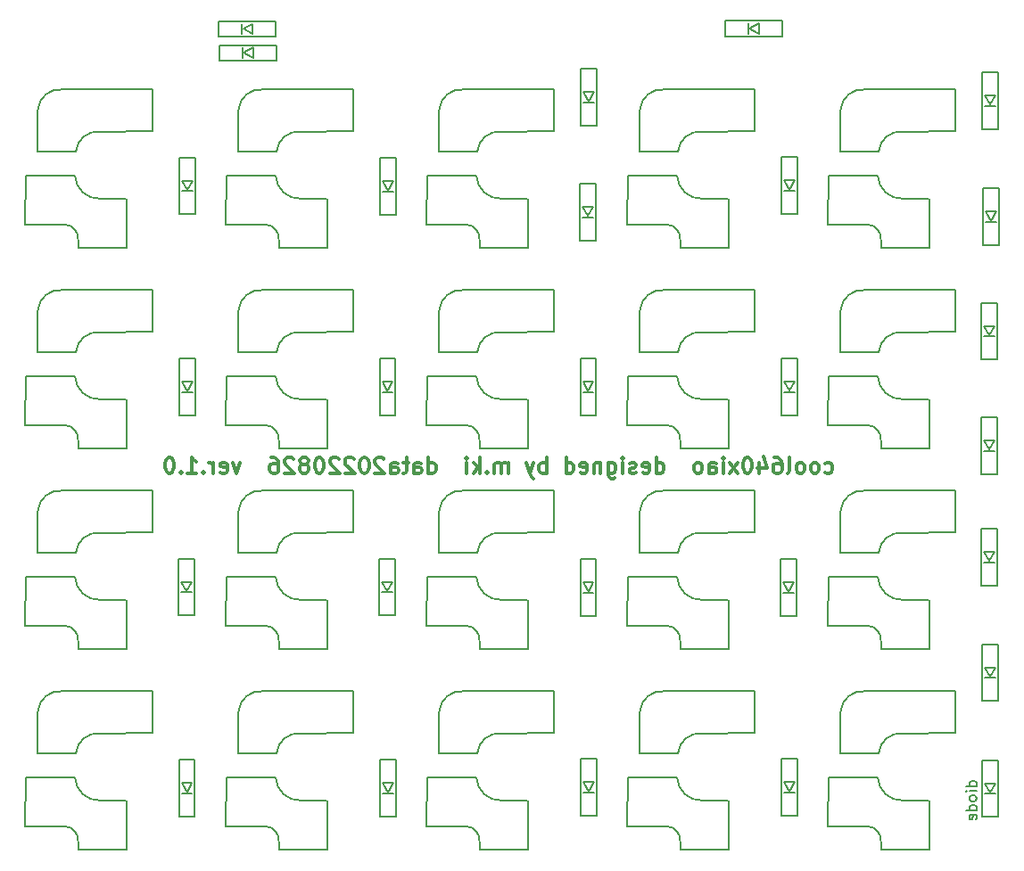
<source format=gbr>
G04 #@! TF.GenerationSoftware,KiCad,Pcbnew,(5.1.6-0-10_14)*
G04 #@! TF.CreationDate,2022-08-29T11:05:28+09:00*
G04 #@! TF.ProjectId,cool640xiao,636f6f6c-3634-4307-9869-616f2e6b6963,rev?*
G04 #@! TF.SameCoordinates,Original*
G04 #@! TF.FileFunction,Legend,Bot*
G04 #@! TF.FilePolarity,Positive*
%FSLAX46Y46*%
G04 Gerber Fmt 4.6, Leading zero omitted, Abs format (unit mm)*
G04 Created by KiCad (PCBNEW (5.1.6-0-10_14)) date 2022-08-29 11:05:28*
%MOMM*%
%LPD*%
G01*
G04 APERTURE LIST*
%ADD10C,0.300000*%
%ADD11C,0.150000*%
G04 APERTURE END LIST*
D10*
X68614285Y-29567142D02*
X68757142Y-29638571D01*
X69042857Y-29638571D01*
X69185714Y-29567142D01*
X69257142Y-29495714D01*
X69328571Y-29352857D01*
X69328571Y-28924285D01*
X69257142Y-28781428D01*
X69185714Y-28710000D01*
X69042857Y-28638571D01*
X68757142Y-28638571D01*
X68614285Y-28710000D01*
X67757142Y-29638571D02*
X67899999Y-29567142D01*
X67971428Y-29495714D01*
X68042857Y-29352857D01*
X68042857Y-28924285D01*
X67971428Y-28781428D01*
X67899999Y-28710000D01*
X67757142Y-28638571D01*
X67542857Y-28638571D01*
X67399999Y-28710000D01*
X67328571Y-28781428D01*
X67257142Y-28924285D01*
X67257142Y-29352857D01*
X67328571Y-29495714D01*
X67399999Y-29567142D01*
X67542857Y-29638571D01*
X67757142Y-29638571D01*
X66399999Y-29638571D02*
X66542857Y-29567142D01*
X66614285Y-29495714D01*
X66685714Y-29352857D01*
X66685714Y-28924285D01*
X66614285Y-28781428D01*
X66542857Y-28710000D01*
X66399999Y-28638571D01*
X66185714Y-28638571D01*
X66042857Y-28710000D01*
X65971428Y-28781428D01*
X65899999Y-28924285D01*
X65899999Y-29352857D01*
X65971428Y-29495714D01*
X66042857Y-29567142D01*
X66185714Y-29638571D01*
X66399999Y-29638571D01*
X65042857Y-29638571D02*
X65185714Y-29567142D01*
X65257142Y-29424285D01*
X65257142Y-28138571D01*
X63828571Y-28138571D02*
X64114285Y-28138571D01*
X64257142Y-28210000D01*
X64328571Y-28281428D01*
X64471428Y-28495714D01*
X64542857Y-28781428D01*
X64542857Y-29352857D01*
X64471428Y-29495714D01*
X64399999Y-29567142D01*
X64257142Y-29638571D01*
X63971428Y-29638571D01*
X63828571Y-29567142D01*
X63757142Y-29495714D01*
X63685714Y-29352857D01*
X63685714Y-28995714D01*
X63757142Y-28852857D01*
X63828571Y-28781428D01*
X63971428Y-28710000D01*
X64257142Y-28710000D01*
X64399999Y-28781428D01*
X64471428Y-28852857D01*
X64542857Y-28995714D01*
X62399999Y-28638571D02*
X62399999Y-29638571D01*
X62757142Y-28067142D02*
X63114285Y-29138571D01*
X62185714Y-29138571D01*
X61328571Y-28138571D02*
X61185714Y-28138571D01*
X61042857Y-28210000D01*
X60971428Y-28281428D01*
X60899999Y-28424285D01*
X60828571Y-28710000D01*
X60828571Y-29067142D01*
X60899999Y-29352857D01*
X60971428Y-29495714D01*
X61042857Y-29567142D01*
X61185714Y-29638571D01*
X61328571Y-29638571D01*
X61471428Y-29567142D01*
X61542857Y-29495714D01*
X61614285Y-29352857D01*
X61685714Y-29067142D01*
X61685714Y-28710000D01*
X61614285Y-28424285D01*
X61542857Y-28281428D01*
X61471428Y-28210000D01*
X61328571Y-28138571D01*
X60328571Y-29638571D02*
X59542857Y-28638571D01*
X60328571Y-28638571D02*
X59542857Y-29638571D01*
X58971428Y-29638571D02*
X58971428Y-28638571D01*
X58971428Y-28138571D02*
X59042857Y-28210000D01*
X58971428Y-28281428D01*
X58899999Y-28210000D01*
X58971428Y-28138571D01*
X58971428Y-28281428D01*
X57614285Y-29638571D02*
X57614285Y-28852857D01*
X57685714Y-28710000D01*
X57828571Y-28638571D01*
X58114285Y-28638571D01*
X58257142Y-28710000D01*
X57614285Y-29567142D02*
X57757142Y-29638571D01*
X58114285Y-29638571D01*
X58257142Y-29567142D01*
X58328571Y-29424285D01*
X58328571Y-29281428D01*
X58257142Y-29138571D01*
X58114285Y-29067142D01*
X57757142Y-29067142D01*
X57614285Y-28995714D01*
X56685714Y-29638571D02*
X56828571Y-29567142D01*
X56899999Y-29495714D01*
X56971428Y-29352857D01*
X56971428Y-28924285D01*
X56899999Y-28781428D01*
X56828571Y-28710000D01*
X56685714Y-28638571D01*
X56471428Y-28638571D01*
X56328571Y-28710000D01*
X56257142Y-28781428D01*
X56185714Y-28924285D01*
X56185714Y-29352857D01*
X56257142Y-29495714D01*
X56328571Y-29567142D01*
X56471428Y-29638571D01*
X56685714Y-29638571D01*
X52614285Y-29638571D02*
X52614285Y-28138571D01*
X52614285Y-29567142D02*
X52757142Y-29638571D01*
X53042857Y-29638571D01*
X53185714Y-29567142D01*
X53257142Y-29495714D01*
X53328571Y-29352857D01*
X53328571Y-28924285D01*
X53257142Y-28781428D01*
X53185714Y-28710000D01*
X53042857Y-28638571D01*
X52757142Y-28638571D01*
X52614285Y-28710000D01*
X51328571Y-29567142D02*
X51471428Y-29638571D01*
X51757142Y-29638571D01*
X51899999Y-29567142D01*
X51971428Y-29424285D01*
X51971428Y-28852857D01*
X51899999Y-28710000D01*
X51757142Y-28638571D01*
X51471428Y-28638571D01*
X51328571Y-28710000D01*
X51257142Y-28852857D01*
X51257142Y-28995714D01*
X51971428Y-29138571D01*
X50685714Y-29567142D02*
X50542857Y-29638571D01*
X50257142Y-29638571D01*
X50114285Y-29567142D01*
X50042857Y-29424285D01*
X50042857Y-29352857D01*
X50114285Y-29210000D01*
X50257142Y-29138571D01*
X50471428Y-29138571D01*
X50614285Y-29067142D01*
X50685714Y-28924285D01*
X50685714Y-28852857D01*
X50614285Y-28710000D01*
X50471428Y-28638571D01*
X50257142Y-28638571D01*
X50114285Y-28710000D01*
X49399999Y-29638571D02*
X49399999Y-28638571D01*
X49399999Y-28138571D02*
X49471428Y-28210000D01*
X49399999Y-28281428D01*
X49328571Y-28210000D01*
X49399999Y-28138571D01*
X49399999Y-28281428D01*
X48042857Y-28638571D02*
X48042857Y-29852857D01*
X48114285Y-29995714D01*
X48185714Y-30067142D01*
X48328571Y-30138571D01*
X48542857Y-30138571D01*
X48685714Y-30067142D01*
X48042857Y-29567142D02*
X48185714Y-29638571D01*
X48471428Y-29638571D01*
X48614285Y-29567142D01*
X48685714Y-29495714D01*
X48757142Y-29352857D01*
X48757142Y-28924285D01*
X48685714Y-28781428D01*
X48614285Y-28710000D01*
X48471428Y-28638571D01*
X48185714Y-28638571D01*
X48042857Y-28710000D01*
X47328571Y-28638571D02*
X47328571Y-29638571D01*
X47328571Y-28781428D02*
X47257142Y-28710000D01*
X47114285Y-28638571D01*
X46899999Y-28638571D01*
X46757142Y-28710000D01*
X46685714Y-28852857D01*
X46685714Y-29638571D01*
X45399999Y-29567142D02*
X45542857Y-29638571D01*
X45828571Y-29638571D01*
X45971428Y-29567142D01*
X46042857Y-29424285D01*
X46042857Y-28852857D01*
X45971428Y-28710000D01*
X45828571Y-28638571D01*
X45542857Y-28638571D01*
X45399999Y-28710000D01*
X45328571Y-28852857D01*
X45328571Y-28995714D01*
X46042857Y-29138571D01*
X44042857Y-29638571D02*
X44042857Y-28138571D01*
X44042857Y-29567142D02*
X44185714Y-29638571D01*
X44471428Y-29638571D01*
X44614285Y-29567142D01*
X44685714Y-29495714D01*
X44757142Y-29352857D01*
X44757142Y-28924285D01*
X44685714Y-28781428D01*
X44614285Y-28710000D01*
X44471428Y-28638571D01*
X44185714Y-28638571D01*
X44042857Y-28710000D01*
X42185714Y-29638571D02*
X42185714Y-28138571D01*
X42185714Y-28710000D02*
X42042857Y-28638571D01*
X41757142Y-28638571D01*
X41614285Y-28710000D01*
X41542857Y-28781428D01*
X41471428Y-28924285D01*
X41471428Y-29352857D01*
X41542857Y-29495714D01*
X41614285Y-29567142D01*
X41757142Y-29638571D01*
X42042857Y-29638571D01*
X42185714Y-29567142D01*
X40971428Y-28638571D02*
X40614285Y-29638571D01*
X40257142Y-28638571D02*
X40614285Y-29638571D01*
X40757142Y-29995714D01*
X40828571Y-30067142D01*
X40971428Y-30138571D01*
X38542857Y-29638571D02*
X38542857Y-28638571D01*
X38542857Y-28781428D02*
X38471428Y-28710000D01*
X38328571Y-28638571D01*
X38114285Y-28638571D01*
X37971428Y-28710000D01*
X37899999Y-28852857D01*
X37899999Y-29638571D01*
X37899999Y-28852857D02*
X37828571Y-28710000D01*
X37685714Y-28638571D01*
X37471428Y-28638571D01*
X37328571Y-28710000D01*
X37257142Y-28852857D01*
X37257142Y-29638571D01*
X36542857Y-29495714D02*
X36471428Y-29567142D01*
X36542857Y-29638571D01*
X36614285Y-29567142D01*
X36542857Y-29495714D01*
X36542857Y-29638571D01*
X35828571Y-29638571D02*
X35828571Y-28138571D01*
X35685714Y-29067142D02*
X35257142Y-29638571D01*
X35257142Y-28638571D02*
X35828571Y-29210000D01*
X34614285Y-29638571D02*
X34614285Y-28638571D01*
X34614285Y-28138571D02*
X34685714Y-28210000D01*
X34614285Y-28281428D01*
X34542857Y-28210000D01*
X34614285Y-28138571D01*
X34614285Y-28281428D01*
X30971428Y-29638571D02*
X30971428Y-28138571D01*
X30971428Y-29567142D02*
X31114285Y-29638571D01*
X31399999Y-29638571D01*
X31542857Y-29567142D01*
X31614285Y-29495714D01*
X31685714Y-29352857D01*
X31685714Y-28924285D01*
X31614285Y-28781428D01*
X31542857Y-28710000D01*
X31399999Y-28638571D01*
X31114285Y-28638571D01*
X30971428Y-28710000D01*
X29614285Y-29638571D02*
X29614285Y-28852857D01*
X29685714Y-28710000D01*
X29828571Y-28638571D01*
X30114285Y-28638571D01*
X30257142Y-28710000D01*
X29614285Y-29567142D02*
X29757142Y-29638571D01*
X30114285Y-29638571D01*
X30257142Y-29567142D01*
X30328571Y-29424285D01*
X30328571Y-29281428D01*
X30257142Y-29138571D01*
X30114285Y-29067142D01*
X29757142Y-29067142D01*
X29614285Y-28995714D01*
X29114285Y-28638571D02*
X28542857Y-28638571D01*
X28899999Y-28138571D02*
X28899999Y-29424285D01*
X28828571Y-29567142D01*
X28685714Y-29638571D01*
X28542857Y-29638571D01*
X27399999Y-29638571D02*
X27399999Y-28852857D01*
X27471428Y-28710000D01*
X27614285Y-28638571D01*
X27899999Y-28638571D01*
X28042857Y-28710000D01*
X27399999Y-29567142D02*
X27542857Y-29638571D01*
X27899999Y-29638571D01*
X28042857Y-29567142D01*
X28114285Y-29424285D01*
X28114285Y-29281428D01*
X28042857Y-29138571D01*
X27899999Y-29067142D01*
X27542857Y-29067142D01*
X27399999Y-28995714D01*
X26757142Y-28281428D02*
X26685714Y-28210000D01*
X26542857Y-28138571D01*
X26185714Y-28138571D01*
X26042857Y-28210000D01*
X25971428Y-28281428D01*
X25899999Y-28424285D01*
X25899999Y-28567142D01*
X25971428Y-28781428D01*
X26828571Y-29638571D01*
X25899999Y-29638571D01*
X24971428Y-28138571D02*
X24828571Y-28138571D01*
X24685714Y-28210000D01*
X24614285Y-28281428D01*
X24542857Y-28424285D01*
X24471428Y-28710000D01*
X24471428Y-29067142D01*
X24542857Y-29352857D01*
X24614285Y-29495714D01*
X24685714Y-29567142D01*
X24828571Y-29638571D01*
X24971428Y-29638571D01*
X25114285Y-29567142D01*
X25185714Y-29495714D01*
X25257142Y-29352857D01*
X25328571Y-29067142D01*
X25328571Y-28710000D01*
X25257142Y-28424285D01*
X25185714Y-28281428D01*
X25114285Y-28210000D01*
X24971428Y-28138571D01*
X23899999Y-28281428D02*
X23828571Y-28210000D01*
X23685714Y-28138571D01*
X23328571Y-28138571D01*
X23185714Y-28210000D01*
X23114285Y-28281428D01*
X23042857Y-28424285D01*
X23042857Y-28567142D01*
X23114285Y-28781428D01*
X23971428Y-29638571D01*
X23042857Y-29638571D01*
X22471428Y-28281428D02*
X22399999Y-28210000D01*
X22257142Y-28138571D01*
X21899999Y-28138571D01*
X21757142Y-28210000D01*
X21685714Y-28281428D01*
X21614285Y-28424285D01*
X21614285Y-28567142D01*
X21685714Y-28781428D01*
X22542857Y-29638571D01*
X21614285Y-29638571D01*
X20685714Y-28138571D02*
X20542857Y-28138571D01*
X20399999Y-28210000D01*
X20328571Y-28281428D01*
X20257142Y-28424285D01*
X20185714Y-28710000D01*
X20185714Y-29067142D01*
X20257142Y-29352857D01*
X20328571Y-29495714D01*
X20399999Y-29567142D01*
X20542857Y-29638571D01*
X20685714Y-29638571D01*
X20828571Y-29567142D01*
X20899999Y-29495714D01*
X20971428Y-29352857D01*
X21042857Y-29067142D01*
X21042857Y-28710000D01*
X20971428Y-28424285D01*
X20899999Y-28281428D01*
X20828571Y-28210000D01*
X20685714Y-28138571D01*
X19328571Y-28781428D02*
X19471428Y-28710000D01*
X19542857Y-28638571D01*
X19614285Y-28495714D01*
X19614285Y-28424285D01*
X19542857Y-28281428D01*
X19471428Y-28210000D01*
X19328571Y-28138571D01*
X19042857Y-28138571D01*
X18899999Y-28210000D01*
X18828571Y-28281428D01*
X18757142Y-28424285D01*
X18757142Y-28495714D01*
X18828571Y-28638571D01*
X18899999Y-28710000D01*
X19042857Y-28781428D01*
X19328571Y-28781428D01*
X19471428Y-28852857D01*
X19542857Y-28924285D01*
X19614285Y-29067142D01*
X19614285Y-29352857D01*
X19542857Y-29495714D01*
X19471428Y-29567142D01*
X19328571Y-29638571D01*
X19042857Y-29638571D01*
X18899999Y-29567142D01*
X18828571Y-29495714D01*
X18757142Y-29352857D01*
X18757142Y-29067142D01*
X18828571Y-28924285D01*
X18899999Y-28852857D01*
X19042857Y-28781428D01*
X18185714Y-28281428D02*
X18114285Y-28210000D01*
X17971428Y-28138571D01*
X17614285Y-28138571D01*
X17471428Y-28210000D01*
X17399999Y-28281428D01*
X17328571Y-28424285D01*
X17328571Y-28567142D01*
X17399999Y-28781428D01*
X18257142Y-29638571D01*
X17328571Y-29638571D01*
X16042857Y-28138571D02*
X16328571Y-28138571D01*
X16471428Y-28210000D01*
X16542857Y-28281428D01*
X16685714Y-28495714D01*
X16757142Y-28781428D01*
X16757142Y-29352857D01*
X16685714Y-29495714D01*
X16614285Y-29567142D01*
X16471428Y-29638571D01*
X16185714Y-29638571D01*
X16042857Y-29567142D01*
X15971428Y-29495714D01*
X15899999Y-29352857D01*
X15899999Y-28995714D01*
X15971428Y-28852857D01*
X16042857Y-28781428D01*
X16185714Y-28710000D01*
X16471428Y-28710000D01*
X16614285Y-28781428D01*
X16685714Y-28852857D01*
X16757142Y-28995714D01*
X13114285Y-28638571D02*
X12757142Y-29638571D01*
X12399999Y-28638571D01*
X11257142Y-29567142D02*
X11399999Y-29638571D01*
X11685714Y-29638571D01*
X11828571Y-29567142D01*
X11899999Y-29424285D01*
X11899999Y-28852857D01*
X11828571Y-28710000D01*
X11685714Y-28638571D01*
X11399999Y-28638571D01*
X11257142Y-28710000D01*
X11185714Y-28852857D01*
X11185714Y-28995714D01*
X11899999Y-29138571D01*
X10542857Y-29638571D02*
X10542857Y-28638571D01*
X10542857Y-28924285D02*
X10471428Y-28781428D01*
X10399999Y-28710000D01*
X10257142Y-28638571D01*
X10114285Y-28638571D01*
X9614285Y-29495714D02*
X9542857Y-29567142D01*
X9614285Y-29638571D01*
X9685714Y-29567142D01*
X9614285Y-29495714D01*
X9614285Y-29638571D01*
X8114285Y-29638571D02*
X8971428Y-29638571D01*
X8542857Y-29638571D02*
X8542857Y-28138571D01*
X8685714Y-28352857D01*
X8828571Y-28495714D01*
X8971428Y-28567142D01*
X7471428Y-29495714D02*
X7399999Y-29567142D01*
X7471428Y-29638571D01*
X7542857Y-29567142D01*
X7471428Y-29495714D01*
X7471428Y-29638571D01*
X6471428Y-28138571D02*
X6328571Y-28138571D01*
X6185714Y-28210000D01*
X6114285Y-28281428D01*
X6042857Y-28424285D01*
X5971428Y-28710000D01*
X5971428Y-29067142D01*
X6042857Y-29352857D01*
X6114285Y-29495714D01*
X6185714Y-29567142D01*
X6328571Y-29638571D01*
X6471428Y-29638571D01*
X6614285Y-29567142D01*
X6685714Y-29495714D01*
X6757142Y-29352857D01*
X6828571Y-29067142D01*
X6828571Y-28710000D01*
X6757142Y-28424285D01*
X6685714Y-28281428D01*
X6614285Y-28210000D01*
X6471428Y-28138571D01*
D11*
X82992380Y-59352857D02*
X81992380Y-59352857D01*
X82944761Y-59352857D02*
X82992380Y-59257619D01*
X82992380Y-59067142D01*
X82944761Y-58971904D01*
X82897142Y-58924285D01*
X82801904Y-58876666D01*
X82516190Y-58876666D01*
X82420952Y-58924285D01*
X82373333Y-58971904D01*
X82325714Y-59067142D01*
X82325714Y-59257619D01*
X82373333Y-59352857D01*
X82992380Y-59829047D02*
X82325714Y-59829047D01*
X81992380Y-59829047D02*
X82040000Y-59781428D01*
X82087619Y-59829047D01*
X82040000Y-59876666D01*
X81992380Y-59829047D01*
X82087619Y-59829047D01*
X82992380Y-60448095D02*
X82944761Y-60352857D01*
X82897142Y-60305238D01*
X82801904Y-60257619D01*
X82516190Y-60257619D01*
X82420952Y-60305238D01*
X82373333Y-60352857D01*
X82325714Y-60448095D01*
X82325714Y-60590952D01*
X82373333Y-60686190D01*
X82420952Y-60733809D01*
X82516190Y-60781428D01*
X82801904Y-60781428D01*
X82897142Y-60733809D01*
X82944761Y-60686190D01*
X82992380Y-60590952D01*
X82992380Y-60448095D01*
X82992380Y-61638571D02*
X81992380Y-61638571D01*
X82944761Y-61638571D02*
X82992380Y-61543333D01*
X82992380Y-61352857D01*
X82944761Y-61257619D01*
X82897142Y-61210000D01*
X82801904Y-61162380D01*
X82516190Y-61162380D01*
X82420952Y-61210000D01*
X82373333Y-61257619D01*
X82325714Y-61352857D01*
X82325714Y-61543333D01*
X82373333Y-61638571D01*
X82944761Y-62495714D02*
X82992380Y-62400476D01*
X82992380Y-62210000D01*
X82944761Y-62114761D01*
X82849523Y-62067142D01*
X82468571Y-62067142D01*
X82373333Y-62114761D01*
X82325714Y-62210000D01*
X82325714Y-62400476D01*
X82373333Y-62495714D01*
X82468571Y-62543333D01*
X82563809Y-62543333D01*
X82659047Y-62067142D01*
X46870000Y-2130000D02*
X45370000Y-2130000D01*
X46870000Y-7530000D02*
X46870000Y-2130000D01*
X45370000Y-7530000D02*
X46870000Y-7530000D01*
X45370000Y-2130000D02*
X45370000Y-7530000D01*
X45620000Y-5330000D02*
X46620000Y-5330000D01*
X46620000Y-4330000D02*
X46120000Y-5230000D01*
X45620000Y-4330000D02*
X46620000Y-4330000D01*
X46120000Y-5230000D02*
X45620000Y-4330000D01*
X85040000Y8450000D02*
X83540000Y8450000D01*
X85040000Y3050000D02*
X85040000Y8450000D01*
X83540000Y3050000D02*
X85040000Y3050000D01*
X83540000Y8450000D02*
X83540000Y3050000D01*
X83790000Y5250000D02*
X84790000Y5250000D01*
X84790000Y6250000D02*
X84290000Y5350000D01*
X83790000Y6250000D02*
X84790000Y6250000D01*
X84290000Y5350000D02*
X83790000Y6250000D01*
X54870000Y-26550000D02*
X54870000Y-27250000D01*
X49875000Y-20450000D02*
X49850000Y-25050000D01*
X59450000Y-22650000D02*
X59450000Y-27250000D01*
X53650000Y-25075000D02*
X49875000Y-25075000D01*
X54575000Y-20425000D02*
X49875000Y-20425000D01*
X59425000Y-22625000D02*
X56875000Y-22625000D01*
X59425000Y-27275000D02*
X54875000Y-27275000D01*
X61950000Y-16200000D02*
X56900000Y-16246000D01*
X61950000Y-16154000D02*
X61950000Y-12246000D01*
X61950000Y-12246000D02*
X53325000Y-12246000D01*
X51050000Y-14200000D02*
X51050000Y-18145000D01*
X51050000Y-18154000D02*
X54660000Y-18154000D01*
X54870000Y-26500000D02*
G75*
G03*
X53650000Y-25080000I-1320000J100000D01*
G01*
X54580000Y-20450000D02*
G75*
G03*
X56950000Y-22620000I2270000J100000D01*
G01*
X54665000Y-18130000D02*
G75*
G02*
X56925000Y-16250000I2070000J-190000D01*
G01*
X51061000Y-14130000D02*
G75*
G02*
X53325000Y-12246000I2074000J-190000D01*
G01*
X35820000Y-26550000D02*
X35820000Y-27250000D01*
X30825000Y-20450000D02*
X30800000Y-25050000D01*
X40400000Y-22650000D02*
X40400000Y-27250000D01*
X34600000Y-25075000D02*
X30825000Y-25075000D01*
X35525000Y-20425000D02*
X30825000Y-20425000D01*
X40375000Y-22625000D02*
X37825000Y-22625000D01*
X40375000Y-27275000D02*
X35825000Y-27275000D01*
X42900000Y-16200000D02*
X37850000Y-16246000D01*
X42900000Y-16154000D02*
X42900000Y-12246000D01*
X42900000Y-12246000D02*
X34275000Y-12246000D01*
X32000000Y-14200000D02*
X32000000Y-18145000D01*
X32000000Y-18154000D02*
X35610000Y-18154000D01*
X35820000Y-26500000D02*
G75*
G03*
X34600000Y-25080000I-1320000J100000D01*
G01*
X35530000Y-20450000D02*
G75*
G03*
X37900000Y-22620000I2270000J100000D01*
G01*
X35615000Y-18130000D02*
G75*
G02*
X37875000Y-16250000I2070000J-190000D01*
G01*
X32011000Y-14130000D02*
G75*
G02*
X34275000Y-12246000I2074000J-190000D01*
G01*
X16770000Y-26550000D02*
X16770000Y-27250000D01*
X11775000Y-20450000D02*
X11750000Y-25050000D01*
X21350000Y-22650000D02*
X21350000Y-27250000D01*
X15550000Y-25075000D02*
X11775000Y-25075000D01*
X16475000Y-20425000D02*
X11775000Y-20425000D01*
X21325000Y-22625000D02*
X18775000Y-22625000D01*
X21325000Y-27275000D02*
X16775000Y-27275000D01*
X23850000Y-16200000D02*
X18800000Y-16246000D01*
X23850000Y-16154000D02*
X23850000Y-12246000D01*
X23850000Y-12246000D02*
X15225000Y-12246000D01*
X12950000Y-14200000D02*
X12950000Y-18145000D01*
X12950000Y-18154000D02*
X16560000Y-18154000D01*
X16770000Y-26500000D02*
G75*
G03*
X15550000Y-25080000I-1320000J100000D01*
G01*
X16480000Y-20450000D02*
G75*
G03*
X18850000Y-22620000I2270000J100000D01*
G01*
X16565000Y-18130000D02*
G75*
G02*
X18825000Y-16250000I2070000J-190000D01*
G01*
X12961000Y-14130000D02*
G75*
G02*
X15225000Y-12246000I2074000J-190000D01*
G01*
X85040000Y-56890000D02*
X83540000Y-56890000D01*
X85040000Y-62290000D02*
X85040000Y-56890000D01*
X83540000Y-62290000D02*
X85040000Y-62290000D01*
X83540000Y-56890000D02*
X83540000Y-62290000D01*
X83790000Y-60090000D02*
X84790000Y-60090000D01*
X84790000Y-59090000D02*
X84290000Y-59990000D01*
X83790000Y-59090000D02*
X84790000Y-59090000D01*
X84290000Y-59990000D02*
X83790000Y-59090000D01*
X35820000Y-45600000D02*
X35820000Y-46300000D01*
X30825000Y-39500000D02*
X30800000Y-44100000D01*
X40400000Y-41700000D02*
X40400000Y-46300000D01*
X34600000Y-44125000D02*
X30825000Y-44125000D01*
X35525000Y-39475000D02*
X30825000Y-39475000D01*
X40375000Y-41675000D02*
X37825000Y-41675000D01*
X40375000Y-46325000D02*
X35825000Y-46325000D01*
X42900000Y-35250000D02*
X37850000Y-35296000D01*
X42900000Y-35204000D02*
X42900000Y-31296000D01*
X42900000Y-31296000D02*
X34275000Y-31296000D01*
X32000000Y-33250000D02*
X32000000Y-37195000D01*
X32000000Y-37204000D02*
X35610000Y-37204000D01*
X35820000Y-45550000D02*
G75*
G03*
X34600000Y-44130000I-1320000J100000D01*
G01*
X35530000Y-39500000D02*
G75*
G03*
X37900000Y-41670000I2270000J100000D01*
G01*
X35615000Y-37180000D02*
G75*
G02*
X37875000Y-35300000I2070000J-190000D01*
G01*
X32011000Y-33180000D02*
G75*
G02*
X34275000Y-31296000I2074000J-190000D01*
G01*
X16770000Y-45600000D02*
X16770000Y-46300000D01*
X11775000Y-39500000D02*
X11750000Y-44100000D01*
X21350000Y-41700000D02*
X21350000Y-46300000D01*
X15550000Y-44125000D02*
X11775000Y-44125000D01*
X16475000Y-39475000D02*
X11775000Y-39475000D01*
X21325000Y-41675000D02*
X18775000Y-41675000D01*
X21325000Y-46325000D02*
X16775000Y-46325000D01*
X23850000Y-35250000D02*
X18800000Y-35296000D01*
X23850000Y-35204000D02*
X23850000Y-31296000D01*
X23850000Y-31296000D02*
X15225000Y-31296000D01*
X12950000Y-33250000D02*
X12950000Y-37195000D01*
X12950000Y-37204000D02*
X16560000Y-37204000D01*
X16770000Y-45550000D02*
G75*
G03*
X15550000Y-44130000I-1320000J100000D01*
G01*
X16480000Y-39500000D02*
G75*
G03*
X18850000Y-41670000I2270000J100000D01*
G01*
X16565000Y-37180000D02*
G75*
G02*
X18825000Y-35300000I2070000J-190000D01*
G01*
X12961000Y-33180000D02*
G75*
G02*
X15225000Y-31296000I2074000J-190000D01*
G01*
X54870000Y-45600000D02*
X54870000Y-46300000D01*
X49875000Y-39500000D02*
X49850000Y-44100000D01*
X59450000Y-41700000D02*
X59450000Y-46300000D01*
X53650000Y-44125000D02*
X49875000Y-44125000D01*
X54575000Y-39475000D02*
X49875000Y-39475000D01*
X59425000Y-41675000D02*
X56875000Y-41675000D01*
X59425000Y-46325000D02*
X54875000Y-46325000D01*
X61950000Y-35250000D02*
X56900000Y-35296000D01*
X61950000Y-35204000D02*
X61950000Y-31296000D01*
X61950000Y-31296000D02*
X53325000Y-31296000D01*
X51050000Y-33250000D02*
X51050000Y-37195000D01*
X51050000Y-37204000D02*
X54660000Y-37204000D01*
X54870000Y-45550000D02*
G75*
G03*
X53650000Y-44130000I-1320000J100000D01*
G01*
X54580000Y-39500000D02*
G75*
G03*
X56950000Y-41670000I2270000J100000D01*
G01*
X54665000Y-37180000D02*
G75*
G02*
X56925000Y-35300000I2070000J-190000D01*
G01*
X51061000Y-33180000D02*
G75*
G02*
X53325000Y-31296000I2074000J-190000D01*
G01*
X27910000Y300000D02*
X26410000Y300000D01*
X27910000Y-5100000D02*
X27910000Y300000D01*
X26410000Y-5100000D02*
X27910000Y-5100000D01*
X26410000Y300000D02*
X26410000Y-5100000D01*
X26660000Y-2900000D02*
X27660000Y-2900000D01*
X27660000Y-1900000D02*
X27160000Y-2800000D01*
X26660000Y-1900000D02*
X27660000Y-1900000D01*
X27160000Y-2800000D02*
X26660000Y-1900000D01*
X8860000Y340000D02*
X7360000Y340000D01*
X8860000Y-5060000D02*
X8860000Y340000D01*
X7360000Y-5060000D02*
X8860000Y-5060000D01*
X7360000Y340000D02*
X7360000Y-5060000D01*
X7610000Y-2860000D02*
X8610000Y-2860000D01*
X8610000Y-1860000D02*
X8110000Y-2760000D01*
X7610000Y-1860000D02*
X8610000Y-1860000D01*
X8110000Y-2760000D02*
X7610000Y-1860000D01*
X65980000Y370000D02*
X64480000Y370000D01*
X65980000Y-5030000D02*
X65980000Y370000D01*
X64480000Y-5030000D02*
X65980000Y-5030000D01*
X64480000Y370000D02*
X64480000Y-5030000D01*
X64730000Y-2830000D02*
X65730000Y-2830000D01*
X65730000Y-1830000D02*
X65230000Y-2730000D01*
X64730000Y-1830000D02*
X65730000Y-1830000D01*
X65230000Y-2730000D02*
X64730000Y-1830000D01*
X84960000Y-13460000D02*
X83460000Y-13460000D01*
X84960000Y-18860000D02*
X84960000Y-13460000D01*
X83460000Y-18860000D02*
X84960000Y-18860000D01*
X83460000Y-13460000D02*
X83460000Y-18860000D01*
X83710000Y-16660000D02*
X84710000Y-16660000D01*
X84710000Y-15660000D02*
X84210000Y-16560000D01*
X83710000Y-15660000D02*
X84710000Y-15660000D01*
X84210000Y-16560000D02*
X83710000Y-15660000D01*
X65970000Y-18720000D02*
X64470000Y-18720000D01*
X65970000Y-24120000D02*
X65970000Y-18720000D01*
X64470000Y-24120000D02*
X65970000Y-24120000D01*
X64470000Y-18720000D02*
X64470000Y-24120000D01*
X64720000Y-21920000D02*
X65720000Y-21920000D01*
X65720000Y-20920000D02*
X65220000Y-21820000D01*
X64720000Y-20920000D02*
X65720000Y-20920000D01*
X65220000Y-21820000D02*
X64720000Y-20920000D01*
X46890000Y-18770000D02*
X45390000Y-18770000D01*
X46890000Y-24170000D02*
X46890000Y-18770000D01*
X45390000Y-24170000D02*
X46890000Y-24170000D01*
X45390000Y-18770000D02*
X45390000Y-24170000D01*
X45640000Y-21970000D02*
X46640000Y-21970000D01*
X46640000Y-20970000D02*
X46140000Y-21870000D01*
X45640000Y-20970000D02*
X46640000Y-20970000D01*
X46140000Y-21870000D02*
X45640000Y-20970000D01*
X27840000Y-18730000D02*
X26340000Y-18730000D01*
X27840000Y-24130000D02*
X27840000Y-18730000D01*
X26340000Y-24130000D02*
X27840000Y-24130000D01*
X26340000Y-18730000D02*
X26340000Y-24130000D01*
X26590000Y-21930000D02*
X27590000Y-21930000D01*
X27590000Y-20930000D02*
X27090000Y-21830000D01*
X26590000Y-20930000D02*
X27590000Y-20930000D01*
X27090000Y-21830000D02*
X26590000Y-20930000D01*
X8820000Y-18730000D02*
X7320000Y-18730000D01*
X8820000Y-24130000D02*
X8820000Y-18730000D01*
X7320000Y-24130000D02*
X8820000Y-24130000D01*
X7320000Y-18730000D02*
X7320000Y-24130000D01*
X7570000Y-21930000D02*
X8570000Y-21930000D01*
X8570000Y-20930000D02*
X8070000Y-21830000D01*
X7570000Y-20930000D02*
X8570000Y-20930000D01*
X8070000Y-21830000D02*
X7570000Y-20930000D01*
X54870000Y-7500000D02*
X54870000Y-8200000D01*
X49875000Y-1400000D02*
X49850000Y-6000000D01*
X59450000Y-3600000D02*
X59450000Y-8200000D01*
X53650000Y-6025000D02*
X49875000Y-6025000D01*
X54575000Y-1375000D02*
X49875000Y-1375000D01*
X59425000Y-3575000D02*
X56875000Y-3575000D01*
X59425000Y-8225000D02*
X54875000Y-8225000D01*
X61950000Y2850000D02*
X56900000Y2804000D01*
X61950000Y2896000D02*
X61950000Y6804000D01*
X61950000Y6804000D02*
X53325000Y6804000D01*
X51050000Y4850000D02*
X51050000Y905000D01*
X51050000Y896000D02*
X54660000Y896000D01*
X54870000Y-7450000D02*
G75*
G03*
X53650000Y-6030000I-1320000J100000D01*
G01*
X54580000Y-1400000D02*
G75*
G03*
X56950000Y-3570000I2270000J100000D01*
G01*
X54665000Y920000D02*
G75*
G02*
X56925000Y2800000I2070000J-190000D01*
G01*
X51061000Y4920000D02*
G75*
G02*
X53325000Y6804000I2074000J-190000D01*
G01*
X35820000Y-7500000D02*
X35820000Y-8200000D01*
X30825000Y-1400000D02*
X30800000Y-6000000D01*
X40400000Y-3600000D02*
X40400000Y-8200000D01*
X34600000Y-6025000D02*
X30825000Y-6025000D01*
X35525000Y-1375000D02*
X30825000Y-1375000D01*
X40375000Y-3575000D02*
X37825000Y-3575000D01*
X40375000Y-8225000D02*
X35825000Y-8225000D01*
X42900000Y2850000D02*
X37850000Y2804000D01*
X42900000Y2896000D02*
X42900000Y6804000D01*
X42900000Y6804000D02*
X34275000Y6804000D01*
X32000000Y4850000D02*
X32000000Y905000D01*
X32000000Y896000D02*
X35610000Y896000D01*
X35820000Y-7450000D02*
G75*
G03*
X34600000Y-6030000I-1320000J100000D01*
G01*
X35530000Y-1400000D02*
G75*
G03*
X37900000Y-3570000I2270000J100000D01*
G01*
X35615000Y920000D02*
G75*
G02*
X37875000Y2800000I2070000J-190000D01*
G01*
X32011000Y4920000D02*
G75*
G02*
X34275000Y6804000I2074000J-190000D01*
G01*
X16770000Y-7500000D02*
X16770000Y-8200000D01*
X11775000Y-1400000D02*
X11750000Y-6000000D01*
X21350000Y-3600000D02*
X21350000Y-8200000D01*
X15550000Y-6025000D02*
X11775000Y-6025000D01*
X16475000Y-1375000D02*
X11775000Y-1375000D01*
X21325000Y-3575000D02*
X18775000Y-3575000D01*
X21325000Y-8225000D02*
X16775000Y-8225000D01*
X23850000Y2850000D02*
X18800000Y2804000D01*
X23850000Y2896000D02*
X23850000Y6804000D01*
X23850000Y6804000D02*
X15225000Y6804000D01*
X12950000Y4850000D02*
X12950000Y905000D01*
X12950000Y896000D02*
X16560000Y896000D01*
X16770000Y-7450000D02*
G75*
G03*
X15550000Y-6030000I-1320000J100000D01*
G01*
X16480000Y-1400000D02*
G75*
G03*
X18850000Y-3570000I2270000J100000D01*
G01*
X16565000Y920000D02*
G75*
G02*
X18825000Y2800000I2070000J-190000D01*
G01*
X12961000Y4920000D02*
G75*
G02*
X15225000Y6804000I2074000J-190000D01*
G01*
X65960000Y-56790000D02*
X64460000Y-56790000D01*
X65960000Y-62190000D02*
X65960000Y-56790000D01*
X64460000Y-62190000D02*
X65960000Y-62190000D01*
X64460000Y-56790000D02*
X64460000Y-62190000D01*
X64710000Y-59990000D02*
X65710000Y-59990000D01*
X65710000Y-58990000D02*
X65210000Y-59890000D01*
X64710000Y-58990000D02*
X65710000Y-58990000D01*
X65210000Y-59890000D02*
X64710000Y-58990000D01*
X46910000Y-56760000D02*
X45410000Y-56760000D01*
X46910000Y-62160000D02*
X46910000Y-56760000D01*
X45410000Y-62160000D02*
X46910000Y-62160000D01*
X45410000Y-56760000D02*
X45410000Y-62160000D01*
X45660000Y-59960000D02*
X46660000Y-59960000D01*
X46660000Y-58960000D02*
X46160000Y-59860000D01*
X45660000Y-58960000D02*
X46660000Y-58960000D01*
X46160000Y-59860000D02*
X45660000Y-58960000D01*
X27900000Y-56830000D02*
X26400000Y-56830000D01*
X27900000Y-62230000D02*
X27900000Y-56830000D01*
X26400000Y-62230000D02*
X27900000Y-62230000D01*
X26400000Y-56830000D02*
X26400000Y-62230000D01*
X26650000Y-60030000D02*
X27650000Y-60030000D01*
X27650000Y-59030000D02*
X27150000Y-59930000D01*
X26650000Y-59030000D02*
X27650000Y-59030000D01*
X27150000Y-59930000D02*
X26650000Y-59030000D01*
X8800000Y-56850000D02*
X7300000Y-56850000D01*
X8800000Y-62250000D02*
X8800000Y-56850000D01*
X7300000Y-62250000D02*
X8800000Y-62250000D01*
X7300000Y-56850000D02*
X7300000Y-62250000D01*
X7550000Y-60050000D02*
X8550000Y-60050000D01*
X8550000Y-59050000D02*
X8050000Y-59950000D01*
X7550000Y-59050000D02*
X8550000Y-59050000D01*
X8050000Y-59950000D02*
X7550000Y-59050000D01*
X84960000Y-34890000D02*
X83460000Y-34890000D01*
X84960000Y-40290000D02*
X84960000Y-34890000D01*
X83460000Y-40290000D02*
X84960000Y-40290000D01*
X83460000Y-34890000D02*
X83460000Y-40290000D01*
X83710000Y-38090000D02*
X84710000Y-38090000D01*
X84710000Y-37090000D02*
X84210000Y-37990000D01*
X83710000Y-37090000D02*
X84710000Y-37090000D01*
X84210000Y-37990000D02*
X83710000Y-37090000D01*
X65920000Y-37820000D02*
X64420000Y-37820000D01*
X65920000Y-43220000D02*
X65920000Y-37820000D01*
X64420000Y-43220000D02*
X65920000Y-43220000D01*
X64420000Y-37820000D02*
X64420000Y-43220000D01*
X64670000Y-41020000D02*
X65670000Y-41020000D01*
X65670000Y-40020000D02*
X65170000Y-40920000D01*
X64670000Y-40020000D02*
X65670000Y-40020000D01*
X65170000Y-40920000D02*
X64670000Y-40020000D01*
X46900000Y-37810000D02*
X45400000Y-37810000D01*
X46900000Y-43210000D02*
X46900000Y-37810000D01*
X45400000Y-43210000D02*
X46900000Y-43210000D01*
X45400000Y-37810000D02*
X45400000Y-43210000D01*
X45650000Y-41010000D02*
X46650000Y-41010000D01*
X46650000Y-40010000D02*
X46150000Y-40910000D01*
X45650000Y-40010000D02*
X46650000Y-40010000D01*
X46150000Y-40910000D02*
X45650000Y-40010000D01*
X27810000Y-37750000D02*
X26310000Y-37750000D01*
X27810000Y-43150000D02*
X27810000Y-37750000D01*
X26310000Y-43150000D02*
X27810000Y-43150000D01*
X26310000Y-37750000D02*
X26310000Y-43150000D01*
X26560000Y-40950000D02*
X27560000Y-40950000D01*
X27560000Y-39950000D02*
X27060000Y-40850000D01*
X26560000Y-39950000D02*
X27560000Y-39950000D01*
X27060000Y-40850000D02*
X26560000Y-39950000D01*
X8780000Y-37760000D02*
X7280000Y-37760000D01*
X8780000Y-43160000D02*
X8780000Y-37760000D01*
X7280000Y-43160000D02*
X8780000Y-43160000D01*
X7280000Y-37760000D02*
X7280000Y-43160000D01*
X7530000Y-40960000D02*
X8530000Y-40960000D01*
X8530000Y-39960000D02*
X8030000Y-40860000D01*
X7530000Y-39960000D02*
X8530000Y-39960000D01*
X8030000Y-40860000D02*
X7530000Y-39960000D01*
X73920000Y-26550000D02*
X73920000Y-27250000D01*
X68925000Y-20450000D02*
X68900000Y-25050000D01*
X78500000Y-22650000D02*
X78500000Y-27250000D01*
X72700000Y-25075000D02*
X68925000Y-25075000D01*
X73625000Y-20425000D02*
X68925000Y-20425000D01*
X78475000Y-22625000D02*
X75925000Y-22625000D01*
X78475000Y-27275000D02*
X73925000Y-27275000D01*
X81000000Y-16200000D02*
X75950000Y-16246000D01*
X81000000Y-16154000D02*
X81000000Y-12246000D01*
X81000000Y-12246000D02*
X72375000Y-12246000D01*
X70100000Y-14200000D02*
X70100000Y-18145000D01*
X70100000Y-18154000D02*
X73710000Y-18154000D01*
X73920000Y-26500000D02*
G75*
G03*
X72700000Y-25080000I-1320000J100000D01*
G01*
X73630000Y-20450000D02*
G75*
G03*
X76000000Y-22620000I2270000J100000D01*
G01*
X73715000Y-18130000D02*
G75*
G02*
X75975000Y-16250000I2070000J-190000D01*
G01*
X70111000Y-14130000D02*
G75*
G02*
X72375000Y-12246000I2074000J-190000D01*
G01*
X-2280000Y-45600000D02*
X-2280000Y-46300000D01*
X-7275000Y-39500000D02*
X-7300000Y-44100000D01*
X2300000Y-41700000D02*
X2300000Y-46300000D01*
X-3500000Y-44125000D02*
X-7275000Y-44125000D01*
X-2575000Y-39475000D02*
X-7275000Y-39475000D01*
X2275000Y-41675000D02*
X-275000Y-41675000D01*
X2275000Y-46325000D02*
X-2275000Y-46325000D01*
X4800000Y-35250000D02*
X-250000Y-35296000D01*
X4800000Y-35204000D02*
X4800000Y-31296000D01*
X4800000Y-31296000D02*
X-3825000Y-31296000D01*
X-6100000Y-33250000D02*
X-6100000Y-37195000D01*
X-6100000Y-37204000D02*
X-2490000Y-37204000D01*
X-2280000Y-45550000D02*
G75*
G03*
X-3500000Y-44130000I-1320000J100000D01*
G01*
X-2570000Y-39500000D02*
G75*
G03*
X-200000Y-41670000I2270000J100000D01*
G01*
X-2485000Y-37180000D02*
G75*
G02*
X-225000Y-35300000I2070000J-190000D01*
G01*
X-6089000Y-33180000D02*
G75*
G02*
X-3825000Y-31296000I2074000J-190000D01*
G01*
X16770000Y-64650000D02*
X16770000Y-65350000D01*
X11775000Y-58550000D02*
X11750000Y-63150000D01*
X21350000Y-60750000D02*
X21350000Y-65350000D01*
X15550000Y-63175000D02*
X11775000Y-63175000D01*
X16475000Y-58525000D02*
X11775000Y-58525000D01*
X21325000Y-60725000D02*
X18775000Y-60725000D01*
X21325000Y-65375000D02*
X16775000Y-65375000D01*
X23850000Y-54300000D02*
X18800000Y-54346000D01*
X23850000Y-54254000D02*
X23850000Y-50346000D01*
X23850000Y-50346000D02*
X15225000Y-50346000D01*
X12950000Y-52300000D02*
X12950000Y-56245000D01*
X12950000Y-56254000D02*
X16560000Y-56254000D01*
X16770000Y-64600000D02*
G75*
G03*
X15550000Y-63180000I-1320000J100000D01*
G01*
X16480000Y-58550000D02*
G75*
G03*
X18850000Y-60720000I2270000J100000D01*
G01*
X16565000Y-56230000D02*
G75*
G02*
X18825000Y-54350000I2070000J-190000D01*
G01*
X12961000Y-52230000D02*
G75*
G02*
X15225000Y-50346000I2074000J-190000D01*
G01*
X73920000Y-64650000D02*
X73920000Y-65350000D01*
X68925000Y-58550000D02*
X68900000Y-63150000D01*
X78500000Y-60750000D02*
X78500000Y-65350000D01*
X72700000Y-63175000D02*
X68925000Y-63175000D01*
X73625000Y-58525000D02*
X68925000Y-58525000D01*
X78475000Y-60725000D02*
X75925000Y-60725000D01*
X78475000Y-65375000D02*
X73925000Y-65375000D01*
X81000000Y-54300000D02*
X75950000Y-54346000D01*
X81000000Y-54254000D02*
X81000000Y-50346000D01*
X81000000Y-50346000D02*
X72375000Y-50346000D01*
X70100000Y-52300000D02*
X70100000Y-56245000D01*
X70100000Y-56254000D02*
X73710000Y-56254000D01*
X73920000Y-64600000D02*
G75*
G03*
X72700000Y-63180000I-1320000J100000D01*
G01*
X73630000Y-58550000D02*
G75*
G03*
X76000000Y-60720000I2270000J100000D01*
G01*
X73715000Y-56230000D02*
G75*
G02*
X75975000Y-54350000I2070000J-190000D01*
G01*
X70111000Y-52230000D02*
G75*
G02*
X72375000Y-50346000I2074000J-190000D01*
G01*
X54870000Y-64650000D02*
X54870000Y-65350000D01*
X49875000Y-58550000D02*
X49850000Y-63150000D01*
X59450000Y-60750000D02*
X59450000Y-65350000D01*
X53650000Y-63175000D02*
X49875000Y-63175000D01*
X54575000Y-58525000D02*
X49875000Y-58525000D01*
X59425000Y-60725000D02*
X56875000Y-60725000D01*
X59425000Y-65375000D02*
X54875000Y-65375000D01*
X61950000Y-54300000D02*
X56900000Y-54346000D01*
X61950000Y-54254000D02*
X61950000Y-50346000D01*
X61950000Y-50346000D02*
X53325000Y-50346000D01*
X51050000Y-52300000D02*
X51050000Y-56245000D01*
X51050000Y-56254000D02*
X54660000Y-56254000D01*
X54870000Y-64600000D02*
G75*
G03*
X53650000Y-63180000I-1320000J100000D01*
G01*
X54580000Y-58550000D02*
G75*
G03*
X56950000Y-60720000I2270000J100000D01*
G01*
X54665000Y-56230000D02*
G75*
G02*
X56925000Y-54350000I2070000J-190000D01*
G01*
X51061000Y-52230000D02*
G75*
G02*
X53325000Y-50346000I2074000J-190000D01*
G01*
X-2280000Y-64650000D02*
X-2280000Y-65350000D01*
X-7275000Y-58550000D02*
X-7300000Y-63150000D01*
X2300000Y-60750000D02*
X2300000Y-65350000D01*
X-3500000Y-63175000D02*
X-7275000Y-63175000D01*
X-2575000Y-58525000D02*
X-7275000Y-58525000D01*
X2275000Y-60725000D02*
X-275000Y-60725000D01*
X2275000Y-65375000D02*
X-2275000Y-65375000D01*
X4800000Y-54300000D02*
X-250000Y-54346000D01*
X4800000Y-54254000D02*
X4800000Y-50346000D01*
X4800000Y-50346000D02*
X-3825000Y-50346000D01*
X-6100000Y-52300000D02*
X-6100000Y-56245000D01*
X-6100000Y-56254000D02*
X-2490000Y-56254000D01*
X-2280000Y-64600000D02*
G75*
G03*
X-3500000Y-63180000I-1320000J100000D01*
G01*
X-2570000Y-58550000D02*
G75*
G03*
X-200000Y-60720000I2270000J100000D01*
G01*
X-2485000Y-56230000D02*
G75*
G02*
X-225000Y-54350000I2070000J-190000D01*
G01*
X-6089000Y-52230000D02*
G75*
G02*
X-3825000Y-50346000I2074000J-190000D01*
G01*
X73920000Y-45600000D02*
X73920000Y-46300000D01*
X68925000Y-39500000D02*
X68900000Y-44100000D01*
X78500000Y-41700000D02*
X78500000Y-46300000D01*
X72700000Y-44125000D02*
X68925000Y-44125000D01*
X73625000Y-39475000D02*
X68925000Y-39475000D01*
X78475000Y-41675000D02*
X75925000Y-41675000D01*
X78475000Y-46325000D02*
X73925000Y-46325000D01*
X81000000Y-35250000D02*
X75950000Y-35296000D01*
X81000000Y-35204000D02*
X81000000Y-31296000D01*
X81000000Y-31296000D02*
X72375000Y-31296000D01*
X70100000Y-33250000D02*
X70100000Y-37195000D01*
X70100000Y-37204000D02*
X73710000Y-37204000D01*
X73920000Y-45550000D02*
G75*
G03*
X72700000Y-44130000I-1320000J100000D01*
G01*
X73630000Y-39500000D02*
G75*
G03*
X76000000Y-41670000I2270000J100000D01*
G01*
X73715000Y-37180000D02*
G75*
G02*
X75975000Y-35300000I2070000J-190000D01*
G01*
X70111000Y-33180000D02*
G75*
G02*
X72375000Y-31296000I2074000J-190000D01*
G01*
X73920000Y-7500000D02*
X73920000Y-8200000D01*
X68925000Y-1400000D02*
X68900000Y-6000000D01*
X78500000Y-3600000D02*
X78500000Y-8200000D01*
X72700000Y-6025000D02*
X68925000Y-6025000D01*
X73625000Y-1375000D02*
X68925000Y-1375000D01*
X78475000Y-3575000D02*
X75925000Y-3575000D01*
X78475000Y-8225000D02*
X73925000Y-8225000D01*
X81000000Y2850000D02*
X75950000Y2804000D01*
X81000000Y2896000D02*
X81000000Y6804000D01*
X81000000Y6804000D02*
X72375000Y6804000D01*
X70100000Y4850000D02*
X70100000Y905000D01*
X70100000Y896000D02*
X73710000Y896000D01*
X73920000Y-7450000D02*
G75*
G03*
X72700000Y-6030000I-1320000J100000D01*
G01*
X73630000Y-1400000D02*
G75*
G03*
X76000000Y-3570000I2270000J100000D01*
G01*
X73715000Y920000D02*
G75*
G02*
X75975000Y2800000I2070000J-190000D01*
G01*
X70111000Y4920000D02*
G75*
G02*
X72375000Y6804000I2074000J-190000D01*
G01*
X-2280000Y-7500000D02*
X-2280000Y-8200000D01*
X-7275000Y-1400000D02*
X-7300000Y-6000000D01*
X2300000Y-3600000D02*
X2300000Y-8200000D01*
X-3500000Y-6025000D02*
X-7275000Y-6025000D01*
X-2575000Y-1375000D02*
X-7275000Y-1375000D01*
X2275000Y-3575000D02*
X-275000Y-3575000D01*
X2275000Y-8225000D02*
X-2275000Y-8225000D01*
X4800000Y2850000D02*
X-250000Y2804000D01*
X4800000Y2896000D02*
X4800000Y6804000D01*
X4800000Y6804000D02*
X-3825000Y6804000D01*
X-6100000Y4850000D02*
X-6100000Y905000D01*
X-6100000Y896000D02*
X-2490000Y896000D01*
X-2280000Y-7450000D02*
G75*
G03*
X-3500000Y-6030000I-1320000J100000D01*
G01*
X-2570000Y-1400000D02*
G75*
G03*
X-200000Y-3570000I2270000J100000D01*
G01*
X-2485000Y920000D02*
G75*
G02*
X-225000Y2800000I2070000J-190000D01*
G01*
X-6089000Y4920000D02*
G75*
G02*
X-3825000Y6804000I2074000J-190000D01*
G01*
X-2280000Y-26550000D02*
X-2280000Y-27250000D01*
X-7275000Y-20450000D02*
X-7300000Y-25050000D01*
X2300000Y-22650000D02*
X2300000Y-27250000D01*
X-3500000Y-25075000D02*
X-7275000Y-25075000D01*
X-2575000Y-20425000D02*
X-7275000Y-20425000D01*
X2275000Y-22625000D02*
X-275000Y-22625000D01*
X2275000Y-27275000D02*
X-2275000Y-27275000D01*
X4800000Y-16200000D02*
X-250000Y-16246000D01*
X4800000Y-16154000D02*
X4800000Y-12246000D01*
X4800000Y-12246000D02*
X-3825000Y-12246000D01*
X-6100000Y-14200000D02*
X-6100000Y-18145000D01*
X-6100000Y-18154000D02*
X-2490000Y-18154000D01*
X-2280000Y-26500000D02*
G75*
G03*
X-3500000Y-25080000I-1320000J100000D01*
G01*
X-2570000Y-20450000D02*
G75*
G03*
X-200000Y-22620000I2270000J100000D01*
G01*
X-2485000Y-18130000D02*
G75*
G02*
X-225000Y-16250000I2070000J-190000D01*
G01*
X-6089000Y-14130000D02*
G75*
G02*
X-3825000Y-12246000I2074000J-190000D01*
G01*
X35820000Y-64650000D02*
X35820000Y-65350000D01*
X30825000Y-58550000D02*
X30800000Y-63150000D01*
X40400000Y-60750000D02*
X40400000Y-65350000D01*
X34600000Y-63175000D02*
X30825000Y-63175000D01*
X35525000Y-58525000D02*
X30825000Y-58525000D01*
X40375000Y-60725000D02*
X37825000Y-60725000D01*
X40375000Y-65375000D02*
X35825000Y-65375000D01*
X42900000Y-54300000D02*
X37850000Y-54346000D01*
X42900000Y-54254000D02*
X42900000Y-50346000D01*
X42900000Y-50346000D02*
X34275000Y-50346000D01*
X32000000Y-52300000D02*
X32000000Y-56245000D01*
X32000000Y-56254000D02*
X35610000Y-56254000D01*
X35820000Y-64600000D02*
G75*
G03*
X34600000Y-63180000I-1320000J100000D01*
G01*
X35530000Y-58550000D02*
G75*
G03*
X37900000Y-60720000I2270000J100000D01*
G01*
X35615000Y-56230000D02*
G75*
G02*
X37875000Y-54350000I2070000J-190000D01*
G01*
X32011000Y-52230000D02*
G75*
G02*
X34275000Y-50346000I2074000J-190000D01*
G01*
X13390000Y12550000D02*
X14290000Y13050000D01*
X14290000Y13050000D02*
X14290000Y12050000D01*
X14290000Y12050000D02*
X13390000Y12550000D01*
X13290000Y13050000D02*
X13290000Y12050000D01*
X16490000Y13300000D02*
X11090000Y13300000D01*
X11090000Y13300000D02*
X11090000Y11800000D01*
X11090000Y11800000D02*
X16490000Y11800000D01*
X16490000Y11800000D02*
X16490000Y13300000D01*
X64540000Y11810000D02*
X64540000Y13310000D01*
X59140000Y11810000D02*
X64540000Y11810000D01*
X59140000Y13310000D02*
X59140000Y11810000D01*
X64540000Y13310000D02*
X59140000Y13310000D01*
X61340000Y13060000D02*
X61340000Y12060000D01*
X62340000Y12060000D02*
X61440000Y12560000D01*
X62340000Y13060000D02*
X62340000Y12060000D01*
X61440000Y12560000D02*
X62340000Y13060000D01*
X46210000Y5680000D02*
X45710000Y6580000D01*
X45710000Y6580000D02*
X46710000Y6580000D01*
X46710000Y6580000D02*
X46210000Y5680000D01*
X45710000Y5580000D02*
X46710000Y5580000D01*
X45460000Y8780000D02*
X45460000Y3380000D01*
X45460000Y3380000D02*
X46960000Y3380000D01*
X46960000Y3380000D02*
X46960000Y8780000D01*
X46960000Y8780000D02*
X45460000Y8780000D01*
X85130000Y-2570000D02*
X83630000Y-2570000D01*
X85130000Y-7970000D02*
X85130000Y-2570000D01*
X83630000Y-7970000D02*
X85130000Y-7970000D01*
X83630000Y-2570000D02*
X83630000Y-7970000D01*
X83880000Y-5770000D02*
X84880000Y-5770000D01*
X84880000Y-4770000D02*
X84380000Y-5670000D01*
X83880000Y-4770000D02*
X84880000Y-4770000D01*
X84380000Y-5670000D02*
X83880000Y-4770000D01*
X84210000Y-27410000D02*
X83710000Y-26510000D01*
X83710000Y-26510000D02*
X84710000Y-26510000D01*
X84710000Y-26510000D02*
X84210000Y-27410000D01*
X83710000Y-27510000D02*
X84710000Y-27510000D01*
X83460000Y-24310000D02*
X83460000Y-29710000D01*
X83460000Y-29710000D02*
X84960000Y-29710000D01*
X84960000Y-29710000D02*
X84960000Y-24310000D01*
X84960000Y-24310000D02*
X83460000Y-24310000D01*
X85010000Y-45890000D02*
X83510000Y-45890000D01*
X85010000Y-51290000D02*
X85010000Y-45890000D01*
X83510000Y-51290000D02*
X85010000Y-51290000D01*
X83510000Y-45890000D02*
X83510000Y-51290000D01*
X83760000Y-49090000D02*
X84760000Y-49090000D01*
X84760000Y-48090000D02*
X84260000Y-48990000D01*
X83760000Y-48090000D02*
X84760000Y-48090000D01*
X84260000Y-48990000D02*
X83760000Y-48090000D01*
X16520000Y9520000D02*
X16520000Y11020000D01*
X11120000Y9520000D02*
X16520000Y9520000D01*
X11120000Y11020000D02*
X11120000Y9520000D01*
X16520000Y11020000D02*
X11120000Y11020000D01*
X13320000Y10770000D02*
X13320000Y9770000D01*
X14320000Y9770000D02*
X13420000Y10270000D01*
X14320000Y10770000D02*
X14320000Y9770000D01*
X13420000Y10270000D02*
X14320000Y10770000D01*
M02*

</source>
